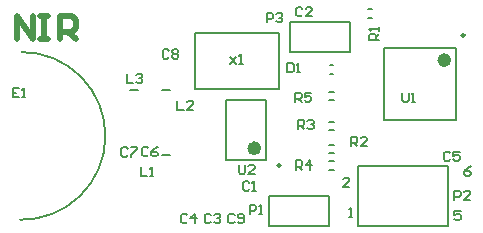
<source format=gto>
G04 Layer_Color=65535*
%FSAX44Y44*%
%MOMM*%
G71*
G01*
G75*
%ADD26C,0.6000*%
%ADD27C,0.2500*%
%ADD28C,0.2000*%
%ADD29C,0.5000*%
D26*
X00221000Y00076840D02*
G03*
X00221000Y00076840I-00003000J00000000D01*
G01*
X00382000Y00151500D02*
G03*
X00382000Y00151500I-00003000J00000000D01*
G01*
D27*
X00240250Y00062340D02*
G03*
X00240250Y00062340I-00001250J00000000D01*
G01*
X00396000Y00172500D02*
G03*
X00396000Y00172500I-00001250J00000000D01*
G01*
D28*
X00019608Y00016354D02*
G03*
X00021000Y00158340I00001392J00070986D01*
G01*
X00194000Y00117840D02*
X00228000D01*
X00194000Y00066840D02*
X00228000D01*
X00194000D02*
Y00117840D01*
X00228000Y00066840D02*
Y00117840D01*
X00328000Y00100500D02*
Y00161500D01*
X00389000Y00100500D02*
Y00161500D01*
X00328000Y00100500D02*
X00389000D01*
X00328000Y00161500D02*
X00389000D01*
X00168260Y00126630D02*
Y00174630D01*
Y00126630D02*
X00239380D01*
Y00174630D01*
X00209500D02*
X00239380D01*
X00168260D02*
X00210170D01*
X00112500Y00126340D02*
X00119500D01*
X00281500Y00117500D02*
X00285500D01*
X00281500Y00124500D02*
X00285500D01*
X00140000Y00071340D02*
X00147000D01*
X00140000Y00126340D02*
X00147000D01*
X00333317Y00010800D02*
X00382000D01*
X00305800D02*
X00382000D01*
X00305800Y00061600D02*
X00382000D01*
X00305800Y00010800D02*
Y00061600D01*
X00382000Y00010800D02*
Y00061600D01*
X00281500Y00065840D02*
X00285500D01*
X00281500Y00058840D02*
X00285500D01*
X00281500Y00079500D02*
X00285500D01*
X00281500Y00072500D02*
X00285500D01*
X00281500Y00099500D02*
X00285500D01*
X00281500Y00092500D02*
X00285500D01*
X00282230Y00139690D02*
X00284770D01*
X00282230Y00147310D02*
X00284770D01*
X00230400Y00010800D02*
X00281200D01*
Y00036200D01*
X00230400D02*
X00281200D01*
X00230400Y00010800D02*
Y00036200D01*
X00314000Y00187500D02*
X00318000D01*
X00314000Y00194500D02*
X00318000D01*
X00247900Y00158300D02*
X00298700D01*
Y00183700D01*
X00247900D02*
X00298700D01*
X00247900Y00158300D02*
Y00183700D01*
X00197500Y00153832D02*
X00202832Y00148500D01*
X00200166Y00151166D01*
X00202832Y00153832D01*
X00197500Y00148500D01*
X00205497D02*
X00208163D01*
X00206830D01*
Y00156497D01*
X00205497Y00155164D01*
X00213832Y00047664D02*
X00212499Y00048997D01*
X00209833D01*
X00208500Y00047664D01*
Y00042333D01*
X00209833Y00041000D01*
X00212499D01*
X00213832Y00042333D01*
X00216497Y00041000D02*
X00219163D01*
X00217830D01*
Y00048997D01*
X00216497Y00047664D01*
X00258832Y00195165D02*
X00257499Y00196497D01*
X00254833D01*
X00253500Y00195165D01*
Y00189833D01*
X00254833Y00188500D01*
X00257499D01*
X00258832Y00189833D01*
X00266829Y00188500D02*
X00261497D01*
X00266829Y00193832D01*
Y00195165D01*
X00265496Y00196497D01*
X00262830D01*
X00261497Y00195165D01*
X00181332Y00020164D02*
X00179999Y00021497D01*
X00177333D01*
X00176000Y00020164D01*
Y00014833D01*
X00177333Y00013500D01*
X00179999D01*
X00181332Y00014833D01*
X00183997Y00020164D02*
X00185330Y00021497D01*
X00187996D01*
X00189329Y00020164D01*
Y00018832D01*
X00187996Y00017499D01*
X00186663D01*
X00187996D01*
X00189329Y00016166D01*
Y00014833D01*
X00187996Y00013500D01*
X00185330D01*
X00183997Y00014833D01*
X00161332Y00020164D02*
X00159999Y00021497D01*
X00157333D01*
X00156000Y00020164D01*
Y00014833D01*
X00157333Y00013500D01*
X00159999D01*
X00161332Y00014833D01*
X00167996Y00013500D02*
Y00021497D01*
X00163997Y00017499D01*
X00169329D01*
X00383832Y00072664D02*
X00382499Y00073997D01*
X00379833D01*
X00378500Y00072664D01*
Y00067333D01*
X00379833Y00066000D01*
X00382499D01*
X00383832Y00067333D01*
X00391829Y00073997D02*
X00386497D01*
Y00069999D01*
X00389163Y00071332D01*
X00390496D01*
X00391829Y00069999D01*
Y00067333D01*
X00390496Y00066000D01*
X00387830D01*
X00386497Y00067333D01*
X00128332Y00076665D02*
X00126999Y00077997D01*
X00124333D01*
X00123000Y00076665D01*
Y00071333D01*
X00124333Y00070000D01*
X00126999D01*
X00128332Y00071333D01*
X00136329Y00077997D02*
X00133663Y00076665D01*
X00130997Y00073999D01*
Y00071333D01*
X00132330Y00070000D01*
X00134996D01*
X00136329Y00071333D01*
Y00072666D01*
X00134996Y00073999D01*
X00130997D01*
X00110703Y00076372D02*
X00109370Y00077705D01*
X00106705D01*
X00105372Y00076372D01*
Y00071040D01*
X00106705Y00069707D01*
X00109370D01*
X00110703Y00071040D01*
X00113369Y00077705D02*
X00118701D01*
Y00076372D01*
X00113369Y00071040D01*
Y00069707D01*
X00145709Y00159468D02*
X00144377Y00160801D01*
X00141711D01*
X00140378Y00159468D01*
Y00154137D01*
X00141711Y00152804D01*
X00144377D01*
X00145709Y00154137D01*
X00148375Y00159468D02*
X00149708Y00160801D01*
X00152374D01*
X00153707Y00159468D01*
Y00158136D01*
X00152374Y00156803D01*
X00153707Y00155470D01*
Y00154137D01*
X00152374Y00152804D01*
X00149708D01*
X00148375Y00154137D01*
Y00155470D01*
X00149708Y00156803D01*
X00148375Y00158136D01*
Y00159468D01*
X00149708Y00156803D02*
X00152374D01*
X00201332Y00020164D02*
X00199999Y00021497D01*
X00197333D01*
X00196000Y00020164D01*
Y00014833D01*
X00197333Y00013500D01*
X00199999D01*
X00201332Y00014833D01*
X00203997D02*
X00205330Y00013500D01*
X00207996D01*
X00209329Y00014833D01*
Y00020164D01*
X00207996Y00021497D01*
X00205330D01*
X00203997Y00020164D01*
Y00018832D01*
X00205330Y00017499D01*
X00209329D01*
X00246000Y00148997D02*
Y00141000D01*
X00249999D01*
X00251332Y00142333D01*
Y00147664D01*
X00249999Y00148997D01*
X00246000D01*
X00253997Y00141000D02*
X00256663D01*
X00255330D01*
Y00148997D01*
X00253997Y00147664D01*
X00018832Y00127837D02*
X00013500D01*
Y00119840D01*
X00018832D01*
X00013500Y00123839D02*
X00016166D01*
X00021497Y00119840D02*
X00024163D01*
X00022830D01*
Y00127837D01*
X00021497Y00126504D01*
X00122000Y00060997D02*
Y00053000D01*
X00127332D01*
X00129997D02*
X00132663D01*
X00131330D01*
Y00060997D01*
X00129997Y00059665D01*
X00153000Y00116997D02*
Y00109000D01*
X00158332D01*
X00166329D02*
X00160997D01*
X00166329Y00114332D01*
Y00115665D01*
X00164996Y00116997D01*
X00162330D01*
X00160997Y00115665D01*
X00110000Y00139997D02*
Y00132000D01*
X00115332D01*
X00117997Y00138665D02*
X00119330Y00139997D01*
X00121996D01*
X00123329Y00138665D01*
Y00137332D01*
X00121996Y00135999D01*
X00120663D01*
X00121996D01*
X00123329Y00134666D01*
Y00133333D01*
X00121996Y00132000D01*
X00119330D01*
X00117997Y00133333D01*
X00214000Y00021000D02*
Y00028997D01*
X00217999D01*
X00219332Y00027664D01*
Y00024999D01*
X00217999Y00023666D01*
X00214000D01*
X00221997Y00021000D02*
X00224663D01*
X00223330D01*
Y00028997D01*
X00221997Y00027664D01*
X00387500Y00032889D02*
Y00040887D01*
X00391499D01*
X00392832Y00039554D01*
Y00036888D01*
X00391499Y00035555D01*
X00387500D01*
X00400829Y00032889D02*
X00395497D01*
X00400829Y00038221D01*
Y00039554D01*
X00399496Y00040887D01*
X00396830D01*
X00395497Y00039554D01*
X00323500Y00168500D02*
X00315502D01*
Y00172499D01*
X00316835Y00173832D01*
X00319501D01*
X00320834Y00172499D01*
Y00168500D01*
Y00171166D02*
X00323500Y00173832D01*
Y00176497D02*
Y00179163D01*
Y00177830D01*
X00315502D01*
X00316835Y00176497D01*
X00300000Y00078500D02*
Y00086497D01*
X00303999D01*
X00305332Y00085164D01*
Y00082499D01*
X00303999Y00081166D01*
X00300000D01*
X00302666D02*
X00305332Y00078500D01*
X00313329D02*
X00307997D01*
X00313329Y00083832D01*
Y00085164D01*
X00311996Y00086497D01*
X00309330D01*
X00307997Y00085164D01*
X00255000Y00093000D02*
Y00100997D01*
X00258999D01*
X00260332Y00099664D01*
Y00096999D01*
X00258999Y00095666D01*
X00255000D01*
X00257666D02*
X00260332Y00093000D01*
X00262997Y00099664D02*
X00264330Y00100997D01*
X00266996D01*
X00268329Y00099664D01*
Y00098332D01*
X00266996Y00096999D01*
X00265663D01*
X00266996D01*
X00268329Y00095666D01*
Y00094333D01*
X00266996Y00093000D01*
X00264330D01*
X00262997Y00094333D01*
X00253500Y00058500D02*
Y00066497D01*
X00257499D01*
X00258832Y00065164D01*
Y00062499D01*
X00257499Y00061166D01*
X00253500D01*
X00256166D02*
X00258832Y00058500D01*
X00265496D02*
Y00066497D01*
X00261497Y00062499D01*
X00266829D01*
X00252750Y00116000D02*
Y00123997D01*
X00256749D01*
X00258082Y00122664D01*
Y00119999D01*
X00256749Y00118666D01*
X00252750D01*
X00255416D02*
X00258082Y00116000D01*
X00266079Y00123997D02*
X00260747D01*
Y00119999D01*
X00263413Y00121332D01*
X00264746D01*
X00266079Y00119999D01*
Y00117333D01*
X00264746Y00116000D01*
X00262080D01*
X00260747Y00117333D01*
X00343500Y00123997D02*
Y00117333D01*
X00344833Y00116000D01*
X00347499D01*
X00348832Y00117333D01*
Y00123997D01*
X00351497Y00116000D02*
X00354163D01*
X00352830D01*
Y00123997D01*
X00351497Y00122664D01*
X00205000Y00062997D02*
Y00056333D01*
X00206333Y00055000D01*
X00208999D01*
X00210332Y00056333D01*
Y00062997D01*
X00218329Y00055000D02*
X00212997D01*
X00218329Y00060332D01*
Y00061665D01*
X00216996Y00062997D01*
X00214330D01*
X00212997Y00061665D01*
X00228500Y00183500D02*
Y00191497D01*
X00232499D01*
X00233832Y00190165D01*
Y00187499D01*
X00232499Y00186166D01*
X00228500D01*
X00236497Y00190165D02*
X00237830Y00191497D01*
X00240496D01*
X00241829Y00190165D01*
Y00188832D01*
X00240496Y00187499D01*
X00239163D01*
X00240496D01*
X00241829Y00186166D01*
Y00184833D01*
X00240496Y00183500D01*
X00237830D01*
X00236497Y00184833D01*
X00298180Y00018420D02*
X00300846D01*
X00299513D01*
Y00026417D01*
X00298180Y00025085D01*
X00298432Y00043820D02*
X00293100D01*
X00298432Y00049152D01*
Y00050484D01*
X00297099Y00051817D01*
X00294433D01*
X00293100Y00050484D01*
X00392832Y00023997D02*
X00387500D01*
Y00019999D01*
X00390166Y00021332D01*
X00391499D01*
X00392832Y00019999D01*
Y00017333D01*
X00391499Y00016000D01*
X00388833D01*
X00387500Y00017333D01*
X00401332Y00061497D02*
X00398666Y00060164D01*
X00396000Y00057499D01*
Y00054833D01*
X00397333Y00053500D01*
X00399999D01*
X00401332Y00054833D01*
Y00056166D01*
X00399999Y00057499D01*
X00396000D01*
D29*
X00017000Y00169000D02*
Y00188994D01*
X00030329Y00169000D01*
Y00188994D01*
X00036994D02*
X00043658D01*
X00040326D01*
Y00169000D01*
X00036994D01*
X00043658D01*
X00053655D02*
Y00188994D01*
X00063652D01*
X00066984Y00185661D01*
Y00178997D01*
X00063652Y00175665D01*
X00053655D01*
X00060319D02*
X00066984Y00169000D01*
M02*

</source>
